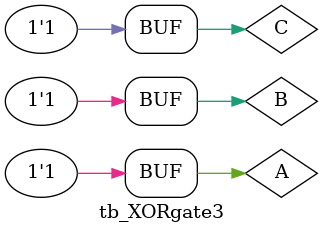
<source format=v>
`timescale 1ns/10ps
module tb_XORgate3;
  reg A, B, C;
  wire F;
  XORgate3 XOR3(A, B, C, F);

  // 여기부터 waveform을 보기 위한 vcd 파일 작성 코드

  initial
    begin
      $dumpfile("test_XORgate3_out.vcd");
      $dumpvars(0, tb_XORgate3);
      $monitor("%b", F);
    end

    initial
      begin
        A=0; B=0; C=0; #100; //100ns 시간지연
        A=0; B=0; C=1; #100;
        A=0; B=1; C=0; #100;
        A=0; B=1; C=1; #100;
        A=1; B=0; C=0; #100;
        A=1; B=0; C=1; #100;
        A=1; B=1; C=0; #100;
        A=1; B=1; C=1; #100;
      end
endmodule

</source>
